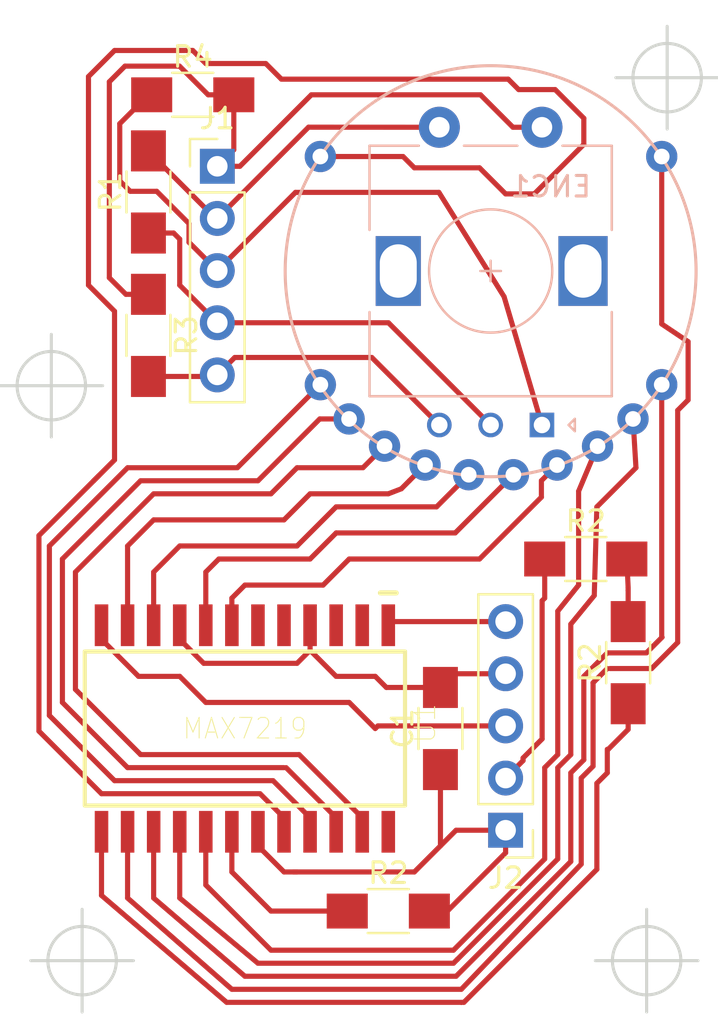
<source format=kicad_pcb>
(kicad_pcb (version 20171130) (host pcbnew "(5.0.0)")

  (general
    (thickness 1.6)
    (drawings 12)
    (tracks 240)
    (zones 0)
    (modules 11)
    (nets 27)
  )

  (page A4)
  (layers
    (0 F.Cu mixed)
    (31 B.Cu mixed)
    (32 B.Adhes user)
    (33 F.Adhes user)
    (34 B.Paste user)
    (35 F.Paste user)
    (36 B.SilkS user)
    (37 F.SilkS user)
    (38 B.Mask user)
    (39 F.Mask user)
    (40 Dwgs.User user)
    (41 Cmts.User user)
    (42 Eco1.User user)
    (43 Eco2.User user)
    (44 Edge.Cuts user)
    (45 Margin user)
    (46 B.CrtYd user)
    (47 F.CrtYd user)
    (48 B.Fab user)
    (49 F.Fab user)
  )

  (setup
    (last_trace_width 0.25)
    (trace_clearance 0.2)
    (zone_clearance 0.508)
    (zone_45_only no)
    (trace_min 0.2)
    (segment_width 0.2)
    (edge_width 0.15)
    (via_size 0.8)
    (via_drill 0.4)
    (via_min_size 0.4)
    (via_min_drill 0.3)
    (uvia_size 0.3)
    (uvia_drill 0.1)
    (uvias_allowed no)
    (uvia_min_size 0.2)
    (uvia_min_drill 0.1)
    (pcb_text_width 0.3)
    (pcb_text_size 1.5 1.5)
    (mod_edge_width 0.15)
    (mod_text_size 1 1)
    (mod_text_width 0.15)
    (pad_size 2 1.7)
    (pad_drill 0)
    (pad_to_mask_clearance 0)
    (aux_axis_origin 0 0)
    (grid_origin 71.83 32.46)
    (visible_elements 7FFFF7FF)
    (pcbplotparams
      (layerselection 0x00000_7fffffff)
      (usegerberextensions false)
      (usegerberattributes false)
      (usegerberadvancedattributes false)
      (creategerberjobfile false)
      (excludeedgelayer true)
      (linewidth 0.100000)
      (plotframeref false)
      (viasonmask false)
      (mode 1)
      (useauxorigin false)
      (hpglpennumber 1)
      (hpglpenspeed 20)
      (hpglpendiameter 15.000000)
      (psnegative false)
      (psa4output false)
      (plotreference true)
      (plotvalue true)
      (plotinvisibletext false)
      (padsonsilk false)
      (subtractmaskfromsilk false)
      (outputformat 4)
      (mirror false)
      (drillshape 0)
      (scaleselection 1)
      (outputdirectory ""))
  )

  (net 0 "")
  (net 1 GND)
  (net 2 "Net-(ENC1-Pad11)")
  (net 3 "Net-(ENC1-Pad10)")
  (net 4 "Net-(ENC1-Pad9)")
  (net 5 "Net-(ENC1-Pad8)")
  (net 6 "Net-(ENC1-Pad7)")
  (net 7 "Net-(ENC1-Pad6)")
  (net 8 "Net-(ENC1-Pad5)")
  (net 9 "Net-(ENC1-Pad4)")
  (net 10 "Net-(ENC1-Pad3)")
  (net 11 "Net-(ENC1-Pad2)")
  (net 12 "Net-(ENC1-Pad12)")
  (net 13 "Net-(ENC1-Pad1)")
  (net 14 /CLK)
  (net 15 /LOAD)
  (net 16 "Net-(R2-Pad1)")
  (net 17 +5V)
  (net 18 /DIN)
  (net 19 /EncoderB)
  (net 20 /EncoderA)
  (net 21 "Net-(U1-Pad2)")
  (net 22 "Net-(U1-Pad3)")
  (net 23 "Net-(U1-Pad5)")
  (net 24 "Net-(U1-Pad6)")
  (net 25 "Net-(U1-Pad24)")
  (net 26 /BTN)

  (net_class Default "This is the default net class."
    (clearance 0.2)
    (trace_width 0.25)
    (via_dia 0.8)
    (via_drill 0.4)
    (uvia_dia 0.3)
    (uvia_drill 0.1)
    (add_net +5V)
    (add_net /BTN)
    (add_net /CLK)
    (add_net /DIN)
    (add_net /EncoderA)
    (add_net /EncoderB)
    (add_net /LOAD)
    (add_net GND)
    (add_net "Net-(ENC1-Pad1)")
    (add_net "Net-(ENC1-Pad10)")
    (add_net "Net-(ENC1-Pad11)")
    (add_net "Net-(ENC1-Pad12)")
    (add_net "Net-(ENC1-Pad2)")
    (add_net "Net-(ENC1-Pad3)")
    (add_net "Net-(ENC1-Pad4)")
    (add_net "Net-(ENC1-Pad5)")
    (add_net "Net-(ENC1-Pad6)")
    (add_net "Net-(ENC1-Pad7)")
    (add_net "Net-(ENC1-Pad8)")
    (add_net "Net-(ENC1-Pad9)")
    (add_net "Net-(R2-Pad1)")
    (add_net "Net-(U1-Pad2)")
    (add_net "Net-(U1-Pad24)")
    (add_net "Net-(U1-Pad3)")
    (add_net "Net-(U1-Pad5)")
    (add_net "Net-(U1-Pad6)")
  )

  (module Resistors_SMD:R_1206_HandSoldering (layer F.Cu) (tedit 5C71CE77) (tstamp 5C7285E4)
    (at 101.929 65.448 90)
    (descr "Resistor SMD 1206, hand soldering")
    (tags "resistor 1206")
    (path /5C708EE3)
    (attr smd)
    (fp_text reference R2 (at 0 -1.85 90) (layer F.SilkS)
      (effects (font (size 1 1) (thickness 0.15)))
    )
    (fp_text value 28k (at 0 -4.445 -180) (layer F.Fab)
      (effects (font (size 1 1) (thickness 0.15)))
    )
    (fp_text user %R (at 0 0 90) (layer F.Fab)
      (effects (font (size 0.7 0.7) (thickness 0.105)))
    )
    (fp_line (start -1.6 0.8) (end -1.6 -0.8) (layer F.Fab) (width 0.1))
    (fp_line (start 1.6 0.8) (end -1.6 0.8) (layer F.Fab) (width 0.1))
    (fp_line (start 1.6 -0.8) (end 1.6 0.8) (layer F.Fab) (width 0.1))
    (fp_line (start -1.6 -0.8) (end 1.6 -0.8) (layer F.Fab) (width 0.1))
    (fp_line (start 1 1.07) (end -1 1.07) (layer F.SilkS) (width 0.12))
    (fp_line (start -1 -1.07) (end 1 -1.07) (layer F.SilkS) (width 0.12))
    (fp_line (start -3.25 -1.11) (end 3.25 -1.11) (layer F.CrtYd) (width 0.05))
    (fp_line (start -3.25 -1.11) (end -3.25 1.1) (layer F.CrtYd) (width 0.05))
    (fp_line (start 3.25 1.1) (end 3.25 -1.11) (layer F.CrtYd) (width 0.05))
    (fp_line (start 3.25 1.1) (end -3.25 1.1) (layer F.CrtYd) (width 0.05))
    (pad 1 smd rect (at -2 0 90) (size 2 1.7) (layers F.Cu F.Paste F.Mask)
      (net 14 /CLK))
    (pad 2 smd rect (at 2 0 90) (size 2 1.7) (layers F.Cu F.Paste F.Mask)
      (net 14 /CLK))
    (model ${KISYS3DMOD}/Resistors_SMD.3dshapes/R_1206.wrl
      (at (xyz 0 0 0))
      (scale (xyz 1 1 1))
      (rotate (xyz 0 0 0))
    )
  )

  (module Resistors_SMD:R_1206_HandSoldering (layer F.Cu) (tedit 5C71CE77) (tstamp 5C728644)
    (at 99.865 60.4)
    (descr "Resistor SMD 1206, hand soldering")
    (tags "resistor 1206")
    (path /5C708EE3)
    (attr smd)
    (fp_text reference R2 (at 0 -1.85) (layer F.SilkS)
      (effects (font (size 1 1) (thickness 0.15)))
    )
    (fp_text value 28k (at 0 -4.445 -270) (layer F.Fab)
      (effects (font (size 1 1) (thickness 0.15)))
    )
    (fp_line (start 3.25 1.1) (end -3.25 1.1) (layer F.CrtYd) (width 0.05))
    (fp_line (start 3.25 1.1) (end 3.25 -1.11) (layer F.CrtYd) (width 0.05))
    (fp_line (start -3.25 -1.11) (end -3.25 1.1) (layer F.CrtYd) (width 0.05))
    (fp_line (start -3.25 -1.11) (end 3.25 -1.11) (layer F.CrtYd) (width 0.05))
    (fp_line (start -1 -1.07) (end 1 -1.07) (layer F.SilkS) (width 0.12))
    (fp_line (start 1 1.07) (end -1 1.07) (layer F.SilkS) (width 0.12))
    (fp_line (start -1.6 -0.8) (end 1.6 -0.8) (layer F.Fab) (width 0.1))
    (fp_line (start 1.6 -0.8) (end 1.6 0.8) (layer F.Fab) (width 0.1))
    (fp_line (start 1.6 0.8) (end -1.6 0.8) (layer F.Fab) (width 0.1))
    (fp_line (start -1.6 0.8) (end -1.6 -0.8) (layer F.Fab) (width 0.1))
    (fp_text user %R (at 0 0) (layer F.Fab)
      (effects (font (size 0.7 0.7) (thickness 0.105)))
    )
    (pad 2 smd rect (at 2 0) (size 2 1.7) (layers F.Cu F.Paste F.Mask)
      (net 14 /CLK))
    (pad 1 smd rect (at -2 0) (size 2 1.7) (layers F.Cu F.Paste F.Mask)
      (net 14 /CLK))
    (model ${KISYS3DMOD}/Resistors_SMD.3dshapes/R_1206.wrl
      (at (xyz 0 0 0))
      (scale (xyz 1 1 1))
      (rotate (xyz 0 0 0))
    )
  )

  (module Encoder:RotaryEncoder_Alps_EC11E-Switch_Vertical_H20mm_with_LED (layer B.Cu) (tedit 5C711C1F) (tstamp 5C709029)
    (at 95.25 46.355 180)
    (descr "Alps rotary encoder, EC12E... with switch, vertical shaft, http://www.alps.com/prod/info/E/HTML/Encoder/Incremental/EC11/EC11E15204A3.html")
    (tags "rotary encoder")
    (path /5C6F1001)
    (fp_text reference ENC1 (at -2.91 4.09) (layer B.SilkS)
      (effects (font (size 1 1) (thickness 0.15)) (justify mirror))
    )
    (fp_text value EC11_LED_Rotary (at 1.11 12.33 180) (layer B.Fab)
      (effects (font (size 1 1) (thickness 0.15)) (justify mirror))
    )
    (fp_circle (center 0.02 -0.03) (end 10.02 -0.44) (layer B.SilkS) (width 0.15))
    (fp_circle (center 0.019239 -0.019083) (end 0.019239 2.980917) (layer B.Fab) (width 0.12))
    (fp_circle (center 0.019239 -0.019083) (end 0.019239 2.980917) (layer B.SilkS) (width 0.12))
    (fp_line (start 7.119239 8.480917) (end 7.119239 -9.019083) (layer B.CrtYd) (width 0.05))
    (fp_line (start 7.119239 8.480917) (end -7.080761 8.480917) (layer B.CrtYd) (width 0.05))
    (fp_line (start -7.080761 -9.019083) (end 7.119239 -9.019083) (layer B.CrtYd) (width 0.05))
    (fp_line (start -7.080761 -9.019083) (end -7.080761 8.480917) (layer B.CrtYd) (width 0.05))
    (fp_line (start -5.780761 -5.019083) (end -5.780761 5.980917) (layer B.Fab) (width 0.12))
    (fp_line (start -5.780761 5.980917) (end 5.819239 5.980917) (layer B.Fab) (width 0.12))
    (fp_line (start 5.819239 5.980917) (end 5.819239 -6.019083) (layer B.Fab) (width 0.12))
    (fp_line (start 5.819239 -6.019083) (end -4.680761 -6.019083) (layer B.Fab) (width 0.12))
    (fp_line (start -4.680761 -6.019083) (end -5.780761 -5.019083) (layer B.Fab) (width 0.12))
    (fp_line (start -5.880761 1.980917) (end -5.880761 6.080917) (layer B.SilkS) (width 0.12))
    (fp_line (start 5.919239 6.080917) (end 5.919239 1.980917) (layer B.SilkS) (width 0.12))
    (fp_line (start 5.919239 -2.019083) (end 5.919239 -6.119083) (layer B.SilkS) (width 0.12))
    (fp_line (start -5.880761 -2.019083) (end -5.880761 -6.119083) (layer B.SilkS) (width 0.12))
    (fp_line (start -5.880761 -6.119083) (end 5.919239 -6.119083) (layer B.SilkS) (width 0.12))
    (fp_line (start -3.780761 -7.519083) (end -4.080761 -7.819083) (layer B.SilkS) (width 0.12))
    (fp_line (start -4.080761 -7.819083) (end -4.080761 -7.219083) (layer B.SilkS) (width 0.12))
    (fp_line (start -4.080761 -7.219083) (end -3.780761 -7.519083) (layer B.SilkS) (width 0.12))
    (fp_line (start -2.980761 -0.019083) (end 3.019239 -0.019083) (layer B.Fab) (width 0.12))
    (fp_line (start 0.019239 -3.019083) (end 0.019239 2.980917) (layer B.Fab) (width 0.12))
    (fp_line (start -5.880761 6.080917) (end -3.480761 6.080917) (layer B.SilkS) (width 0.12))
    (fp_line (start -1.280761 6.080917) (end 1.319239 6.080917) (layer B.SilkS) (width 0.12))
    (fp_line (start 3.519239 6.080917) (end 5.919239 6.080917) (layer B.SilkS) (width 0.12))
    (fp_line (start -0.480761 -0.019083) (end 0.519239 -0.019083) (layer B.SilkS) (width 0.12))
    (fp_line (start 0.019239 -0.519083) (end 0.019239 0.480917) (layer B.SilkS) (width 0.12))
    (fp_text user %R (at 3.09 3.93) (layer B.Fab)
      (effects (font (size 1 1) (thickness 0.15)) (justify mirror))
    )
    (pad 1 thru_hole circle (at -8.314696 5.555702 123.8) (size 1.524 1.524) (drill 0.762) (layers *.Cu *.Mask)
      (net 13 "Net-(ENC1-Pad1)"))
    (pad 12 thru_hole circle (at 8.314696 5.555702 123.8) (size 1.524 1.524) (drill 0.762) (layers *.Cu *.Mask)
      (net 12 "Net-(ENC1-Pad12)"))
    (pad 2 thru_hole circle (at -8.314696 -5.555702 123.8) (size 1.524 1.524) (drill 0.762) (layers *.Cu *.Mask)
      (net 11 "Net-(ENC1-Pad2)"))
    (pad 3 thru_hole circle (at -6.91513 -7.22364 123.8) (size 1.524 1.524) (drill 0.762) (layers *.Cu *.Mask)
      (net 10 "Net-(ENC1-Pad3)"))
    (pad 4 thru_hole circle (at -5.187732 -8.549119 123.8) (size 1.524 1.524) (drill 0.762) (layers *.Cu *.Mask)
      (net 9 "Net-(ENC1-Pad4)"))
    (pad 5 thru_hole circle (at -3.214394 -9.469301 123.8) (size 1.524 1.524) (drill 0.762) (layers *.Cu *.Mask)
      (net 8 "Net-(ENC1-Pad5)"))
    (pad 6 thru_hole circle (at -1.088669 -9.940563 123.8) (size 1.524 1.524) (drill 0.762) (layers *.Cu *.Mask)
      (net 7 "Net-(ENC1-Pad6)"))
    (pad 7 thru_hole circle (at 1.088669 -9.940563 123.8) (size 1.524 1.524) (drill 0.762) (layers *.Cu *.Mask)
      (net 6 "Net-(ENC1-Pad7)"))
    (pad 8 thru_hole circle (at 3.214395 -9.469301 123.8) (size 1.524 1.524) (drill 0.762) (layers *.Cu *.Mask)
      (net 5 "Net-(ENC1-Pad8)"))
    (pad 9 thru_hole circle (at 5.187733 -8.549118 123.8) (size 1.524 1.524) (drill 0.762) (layers *.Cu *.Mask)
      (net 4 "Net-(ENC1-Pad9)"))
    (pad 10 thru_hole circle (at 6.915131 -7.223639 123.8) (size 1.524 1.524) (drill 0.762) (layers *.Cu *.Mask)
      (net 3 "Net-(ENC1-Pad10)"))
    (pad 11 thru_hole circle (at 8.314696 -5.555702 123.8) (size 1.524 1.524) (drill 0.762) (layers *.Cu *.Mask)
      (net 2 "Net-(ENC1-Pad11)"))
    (pad A thru_hole rect (at -2.480761 -7.519083 90) (size 1.2 1.2) (drill 0.8) (layers *.Cu *.Mask)
      (net 20 /EncoderA))
    (pad C thru_hole circle (at 0.019239 -7.519083 90) (size 1.2 1.2) (drill 0.8) (layers *.Cu *.Mask)
      (net 1 GND))
    (pad B thru_hole circle (at 2.519239 -7.519083 90) (size 1.2 1.2) (drill 0.8) (layers *.Cu *.Mask)
      (net 19 /EncoderB))
    (pad MP thru_hole rect (at -4.480761 -0.019083 90) (size 3.4 2.4) (drill oval 2.6 1.8) (layers *.Cu *.Mask))
    (pad MP thru_hole rect (at 4.519239 -0.019083 90) (size 3.4 2.2) (drill oval 2.6 1.8) (layers *.Cu *.Mask))
    (pad SW2 thru_hole circle (at -2.480761 6.980917 90) (size 2 2) (drill 1) (layers *.Cu *.Mask)
      (net 17 +5V))
    (pad SW1 thru_hole circle (at 2.519239 6.980917 90) (size 2 2) (drill 1) (layers *.Cu *.Mask)
      (net 26 /BTN))
    (model ${KISYS3DMOD}/Rotary_Encoder.3dshapes/RotaryEncoder_Alps_EC11E-Switch_Vertical_H20mm.wrl
      (at (xyz 0 0 0))
      (scale (xyz 1 1 1))
      (rotate (xyz 0 0 0))
    )
  )

  (module MAX7219:SOIC24 (layer F.Cu) (tedit 5C711B93) (tstamp 5C72869C)
    (at 83.26 68.655 180)
    (descr "<b>Small Outline Package 24</b> wide")
    (path /5C6F1414)
    (attr smd)
    (fp_text reference U1 (at -8.77767 0.25442 270) (layer F.SilkS)
      (effects (font (size 1.00168 1.00168) (thickness 0.05)))
    )
    (fp_text value MAX7219 (at 0 0 180) (layer F.SilkS)
      (effects (font (size 1 0.9) (thickness 0.05)))
    )
    (fp_line (start -7.366 6.604) (end -6.604 6.604) (layer F.SilkS) (width 0.254))
    (fp_poly (pts (xy 6.73979 3.8608) (xy 7.239 3.8608) (xy 7.239 5.34097) (xy 6.73979 5.34097)) (layer Eco2.User) (width 0))
    (fp_poly (pts (xy 5.46442 3.8608) (xy 5.969 3.8608) (xy 5.969 5.33734) (xy 5.46442 5.33734)) (layer Eco2.User) (width 0))
    (fp_poly (pts (xy 4.1982 3.8608) (xy 4.699 3.8608) (xy 4.699 5.34316) (xy 4.1982 5.34316)) (layer Eco2.User) (width 0))
    (fp_poly (pts (xy 2.92641 3.8608) (xy 3.429 3.8608) (xy 3.429 5.34387) (xy 2.92641 5.34387)) (layer Eco2.User) (width 0))
    (fp_poly (pts (xy 6.74353 -5.334) (xy 7.239 -5.334) (xy 7.239 -3.86799) (xy 6.74353 -3.86799)) (layer Eco2.User) (width 0))
    (fp_poly (pts (xy 5.46744 -5.334) (xy 5.969 -5.334) (xy 5.969 -3.86536) (xy 5.46744 -3.86536)) (layer Eco2.User) (width 0))
    (fp_poly (pts (xy 4.1945 -5.334) (xy 4.699 -5.334) (xy 4.699 -3.86402) (xy 4.1945 -3.86402)) (layer Eco2.User) (width 0))
    (fp_poly (pts (xy 2.92305 -5.334) (xy 3.429 -5.334) (xy 3.429 -3.86351) (xy 2.92305 -3.86351)) (layer Eco2.User) (width 0))
    (fp_poly (pts (xy 1.6527 -5.334) (xy 2.159 -5.334) (xy 2.159 -3.86477) (xy 1.6527 -3.86477)) (layer Eco2.User) (width 0))
    (fp_poly (pts (xy 0.381241 -5.334) (xy 0.889 -5.334) (xy 0.889 -3.86324) (xy 0.381241 -3.86324)) (layer Eco2.User) (width 0))
    (fp_poly (pts (xy -0.889941 -5.334) (xy -0.381 -5.334) (xy -0.381 -3.86489) (xy -0.889941 -3.86489)) (layer Eco2.User) (width 0))
    (fp_poly (pts (xy -2.16244 -5.334) (xy -1.651 -5.334) (xy -1.651 -3.86694) (xy -2.16244 -3.86694)) (layer Eco2.User) (width 0))
    (fp_poly (pts (xy -3.43182 -5.334) (xy -2.921 -5.334) (xy -2.921 -3.86397) (xy -3.43182 -3.86397)) (layer Eco2.User) (width 0))
    (fp_poly (pts (xy -4.70085 -5.334) (xy -4.191 -5.334) (xy -4.191 -3.86232) (xy -4.70085 -3.86232)) (layer Eco2.User) (width 0))
    (fp_poly (pts (xy -5.96973 -5.334) (xy -5.461 -5.334) (xy -5.461 -3.86127) (xy -5.96973 -3.86127)) (layer Eco2.User) (width 0))
    (fp_poly (pts (xy -7.25162 -5.334) (xy -6.731 -5.334) (xy -6.731 -3.86753) (xy -7.25162 -3.86753)) (layer Eco2.User) (width 0))
    (fp_poly (pts (xy 1.65133 3.8608) (xy 2.159 3.8608) (xy 2.159 5.33506) (xy 1.65133 5.33506)) (layer Eco2.User) (width 0))
    (fp_poly (pts (xy 0.381599 3.8608) (xy 0.889 3.8608) (xy 0.889 5.34238) (xy 0.381599 5.34238)) (layer Eco2.User) (width 0))
    (fp_poly (pts (xy -0.890734 3.8608) (xy -0.381 3.8608) (xy -0.381 5.3444) (xy -0.890734 5.3444)) (layer Eco2.User) (width 0))
    (fp_poly (pts (xy -2.16078 3.8608) (xy -1.651 3.8608) (xy -1.651 5.33839) (xy -2.16078 5.33839)) (layer Eco2.User) (width 0))
    (fp_poly (pts (xy -3.43059 3.8608) (xy -2.921 3.8608) (xy -2.921 5.33647) (xy -3.43059 5.33647)) (layer Eco2.User) (width 0))
    (fp_poly (pts (xy -4.70772 3.8608) (xy -4.191 3.8608) (xy -4.191 5.34389) (xy -4.70772 5.34389)) (layer Eco2.User) (width 0))
    (fp_poly (pts (xy -5.97092 3.8608) (xy -5.461 3.8608) (xy -5.461 5.33572) (xy -5.97092 5.33572)) (layer Eco2.User) (width 0))
    (fp_poly (pts (xy -7.25023 3.8608) (xy -6.731 3.8608) (xy -6.731 5.34228) (xy -7.25023 5.34228)) (layer Eco2.User) (width 0))
    (fp_line (start -7.8 -3.75) (end -7.8 3.75) (layer F.SilkS) (width 0.2032))
    (fp_line (start 7.8 3.75) (end 7.8 -3.75) (layer F.SilkS) (width 0.2032))
    (fp_line (start -7.8 3.75) (end 7.8 3.75) (layer F.SilkS) (width 0.2032))
    (fp_line (start 7.8 -3.75) (end -7.8 -3.75) (layer F.SilkS) (width 0.2032))
    (pad 12 smd rect (at 6.985 5.0292 180) (size 0.6604 2.032) (layers F.Cu F.Paste F.Mask)
      (net 15 /LOAD))
    (pad 11 smd rect (at 5.715 5.0292 180) (size 0.6604 2.032) (layers F.Cu F.Paste F.Mask)
      (net 5 "Net-(ENC1-Pad8)"))
    (pad 10 smd rect (at 4.445 5.0292 180) (size 0.6604 2.032) (layers F.Cu F.Paste F.Mask)
      (net 6 "Net-(ENC1-Pad7)"))
    (pad 9 smd rect (at 3.175 5.0292 180) (size 0.6604 2.032) (layers F.Cu F.Paste F.Mask)
      (net 1 GND))
    (pad 13 smd rect (at 6.985 -5.0292 180) (size 0.6604 2.032) (layers F.Cu F.Paste F.Mask)
      (net 14 /CLK))
    (pad 14 smd rect (at 5.715 -5.0292 180) (size 0.6604 2.032) (layers F.Cu F.Paste F.Mask)
      (net 13 "Net-(ENC1-Pad1)"))
    (pad 15 smd rect (at 4.445 -5.0292 180) (size 0.6604 2.032) (layers F.Cu F.Paste F.Mask)
      (net 11 "Net-(ENC1-Pad2)"))
    (pad 16 smd rect (at 3.175 -5.0292 180) (size 0.6604 2.032) (layers F.Cu F.Paste F.Mask)
      (net 10 "Net-(ENC1-Pad3)"))
    (pad 24 smd rect (at -6.985 -5.0292 180) (size 0.6604 2.032) (layers F.Cu F.Paste F.Mask)
      (net 25 "Net-(U1-Pad24)"))
    (pad 23 smd rect (at -5.715 -5.0292 180) (size 0.6604 2.032) (layers F.Cu F.Paste F.Mask)
      (net 4 "Net-(ENC1-Pad9)"))
    (pad 22 smd rect (at -4.445 -5.0292 180) (size 0.6604 2.032) (layers F.Cu F.Paste F.Mask)
      (net 3 "Net-(ENC1-Pad10)"))
    (pad 21 smd rect (at -3.175 -5.0292 180) (size 0.6604 2.032) (layers F.Cu F.Paste F.Mask)
      (net 2 "Net-(ENC1-Pad11)"))
    (pad 20 smd rect (at -1.905 -5.0292 180) (size 0.6604 2.032) (layers F.Cu F.Paste F.Mask)
      (net 12 "Net-(ENC1-Pad12)"))
    (pad 19 smd rect (at -0.635 -5.0292 180) (size 0.6604 2.032) (layers F.Cu F.Paste F.Mask)
      (net 17 +5V))
    (pad 18 smd rect (at 0.635 -5.0292 180) (size 0.6604 2.032) (layers F.Cu F.Paste F.Mask)
      (net 16 "Net-(R2-Pad1)"))
    (pad 17 smd rect (at 1.905 -5.0292 180) (size 0.6604 2.032) (layers F.Cu F.Paste F.Mask)
      (net 9 "Net-(ENC1-Pad4)"))
    (pad 8 smd rect (at 1.905 5.0292 180) (size 0.6604 2.032) (layers F.Cu F.Paste F.Mask)
      (net 7 "Net-(ENC1-Pad6)"))
    (pad 7 smd rect (at 0.635 5.0292 180) (size 0.6604 2.032) (layers F.Cu F.Paste F.Mask)
      (net 8 "Net-(ENC1-Pad5)"))
    (pad 6 smd rect (at -0.635 5.0292 180) (size 0.6604 2.032) (layers F.Cu F.Paste F.Mask)
      (net 24 "Net-(U1-Pad6)"))
    (pad 5 smd rect (at -1.905 5.0292 180) (size 0.6604 2.032) (layers F.Cu F.Paste F.Mask)
      (net 23 "Net-(U1-Pad5)"))
    (pad 4 smd rect (at -3.175 5.0292 180) (size 0.6604 2.032) (layers F.Cu F.Paste F.Mask)
      (net 1 GND))
    (pad 3 smd rect (at -4.445 5.0292 180) (size 0.6604 2.032) (layers F.Cu F.Paste F.Mask)
      (net 22 "Net-(U1-Pad3)"))
    (pad 2 smd rect (at -5.715 5.0292 180) (size 0.6604 2.032) (layers F.Cu F.Paste F.Mask)
      (net 21 "Net-(U1-Pad2)"))
    (pad 1 smd rect (at -6.985 5.0292 180) (size 0.6604 2.032) (layers F.Cu F.Paste F.Mask)
      (net 18 /DIN))
  )

  (module Resistors_SMD:R_1206_HandSoldering (layer F.Cu) (tedit 58E0A804) (tstamp 5C7287AC)
    (at 92.785 68.655 90)
    (descr "Resistor SMD 1206, hand soldering")
    (tags "resistor 1206")
    (path /5C7A9B04)
    (attr smd)
    (fp_text reference C1 (at 0 -1.85 90) (layer F.SilkS)
      (effects (font (size 1 1) (thickness 0.15)))
    )
    (fp_text value 100n (at 0 1.9 90) (layer F.Fab)
      (effects (font (size 1 1) (thickness 0.15)))
    )
    (fp_text user %R (at 0 0 90) (layer F.Fab)
      (effects (font (size 0.7 0.7) (thickness 0.105)))
    )
    (fp_line (start -1.6 0.8) (end -1.6 -0.8) (layer F.Fab) (width 0.1))
    (fp_line (start 1.6 0.8) (end -1.6 0.8) (layer F.Fab) (width 0.1))
    (fp_line (start 1.6 -0.8) (end 1.6 0.8) (layer F.Fab) (width 0.1))
    (fp_line (start -1.6 -0.8) (end 1.6 -0.8) (layer F.Fab) (width 0.1))
    (fp_line (start 1 1.07) (end -1 1.07) (layer F.SilkS) (width 0.12))
    (fp_line (start -1 -1.07) (end 1 -1.07) (layer F.SilkS) (width 0.12))
    (fp_line (start -3.25 -1.11) (end 3.25 -1.11) (layer F.CrtYd) (width 0.05))
    (fp_line (start -3.25 -1.11) (end -3.25 1.1) (layer F.CrtYd) (width 0.05))
    (fp_line (start 3.25 1.1) (end 3.25 -1.11) (layer F.CrtYd) (width 0.05))
    (fp_line (start 3.25 1.1) (end -3.25 1.1) (layer F.CrtYd) (width 0.05))
    (pad 1 smd rect (at -2 0 90) (size 2 1.7) (layers F.Cu F.Paste F.Mask)
      (net 17 +5V))
    (pad 2 smd rect (at 2 0 90) (size 2 1.7) (layers F.Cu F.Paste F.Mask)
      (net 1 GND))
    (model ${KISYS3DMOD}/Resistors_SMD.3dshapes/R_1206.wrl
      (at (xyz 0 0 0))
      (scale (xyz 1 1 1))
      (rotate (xyz 0 0 0))
    )
  )

  (module Resistors_SMD:R_1206_HandSoldering (layer F.Cu) (tedit 58E0A804) (tstamp 5C728614)
    (at 78.561 42.525 90)
    (descr "Resistor SMD 1206, hand soldering")
    (tags "resistor 1206")
    (path /5C70D4B6)
    (attr smd)
    (fp_text reference R1 (at 0 -1.85 90) (layer F.SilkS)
      (effects (font (size 1 1) (thickness 0.15)))
    )
    (fp_text value 10k (at 0 1.9 90) (layer F.Fab)
      (effects (font (size 1 1) (thickness 0.15)))
    )
    (fp_text user %R (at 0 0 90) (layer F.Fab)
      (effects (font (size 0.7 0.7) (thickness 0.105)))
    )
    (fp_line (start -1.6 0.8) (end -1.6 -0.8) (layer F.Fab) (width 0.1))
    (fp_line (start 1.6 0.8) (end -1.6 0.8) (layer F.Fab) (width 0.1))
    (fp_line (start 1.6 -0.8) (end 1.6 0.8) (layer F.Fab) (width 0.1))
    (fp_line (start -1.6 -0.8) (end 1.6 -0.8) (layer F.Fab) (width 0.1))
    (fp_line (start 1 1.07) (end -1 1.07) (layer F.SilkS) (width 0.12))
    (fp_line (start -1 -1.07) (end 1 -1.07) (layer F.SilkS) (width 0.12))
    (fp_line (start -3.25 -1.11) (end 3.25 -1.11) (layer F.CrtYd) (width 0.05))
    (fp_line (start -3.25 -1.11) (end -3.25 1.1) (layer F.CrtYd) (width 0.05))
    (fp_line (start 3.25 1.1) (end 3.25 -1.11) (layer F.CrtYd) (width 0.05))
    (fp_line (start 3.25 1.1) (end -3.25 1.1) (layer F.CrtYd) (width 0.05))
    (pad 1 smd rect (at -2 0 90) (size 2 1.7) (layers F.Cu F.Paste F.Mask)
      (net 1 GND))
    (pad 2 smd rect (at 2 0 90) (size 2 1.7) (layers F.Cu F.Paste F.Mask)
      (net 26 /BTN))
    (model ${KISYS3DMOD}/Resistors_SMD.3dshapes/R_1206.wrl
      (at (xyz 0 0 0))
      (scale (xyz 1 1 1))
      (rotate (xyz 0 0 0))
    )
  )

  (module Resistors_SMD:R_1206_HandSoldering (layer F.Cu) (tedit 58E0A804) (tstamp 5C72883C)
    (at 90.245 77.545)
    (descr "Resistor SMD 1206, hand soldering")
    (tags "resistor 1206")
    (path /5C708EE3)
    (attr smd)
    (fp_text reference R2 (at 0 -1.85) (layer F.SilkS)
      (effects (font (size 1 1) (thickness 0.15)))
    )
    (fp_text value 28k (at 0 -4.445 -270) (layer F.Fab)
      (effects (font (size 1 1) (thickness 0.15)))
    )
    (fp_text user %R (at 0 0) (layer F.Fab)
      (effects (font (size 0.7 0.7) (thickness 0.105)))
    )
    (fp_line (start -1.6 0.8) (end -1.6 -0.8) (layer F.Fab) (width 0.1))
    (fp_line (start 1.6 0.8) (end -1.6 0.8) (layer F.Fab) (width 0.1))
    (fp_line (start 1.6 -0.8) (end 1.6 0.8) (layer F.Fab) (width 0.1))
    (fp_line (start -1.6 -0.8) (end 1.6 -0.8) (layer F.Fab) (width 0.1))
    (fp_line (start 1 1.07) (end -1 1.07) (layer F.SilkS) (width 0.12))
    (fp_line (start -1 -1.07) (end 1 -1.07) (layer F.SilkS) (width 0.12))
    (fp_line (start -3.25 -1.11) (end 3.25 -1.11) (layer F.CrtYd) (width 0.05))
    (fp_line (start -3.25 -1.11) (end -3.25 1.1) (layer F.CrtYd) (width 0.05))
    (fp_line (start 3.25 1.1) (end 3.25 -1.11) (layer F.CrtYd) (width 0.05))
    (fp_line (start 3.25 1.1) (end -3.25 1.1) (layer F.CrtYd) (width 0.05))
    (pad 1 smd rect (at -2 0) (size 2 1.7) (layers F.Cu F.Paste F.Mask)
      (net 16 "Net-(R2-Pad1)"))
    (pad 2 smd rect (at 2 0) (size 2 1.7) (layers F.Cu F.Paste F.Mask)
      (net 17 +5V))
    (model ${KISYS3DMOD}/Resistors_SMD.3dshapes/R_1206.wrl
      (at (xyz 0 0 0))
      (scale (xyz 1 1 1))
      (rotate (xyz 0 0 0))
    )
  )

  (module Resistors_SMD:R_1206_HandSoldering (layer F.Cu) (tedit 58E0A804) (tstamp 5C72880C)
    (at 78.561 49.51 270)
    (descr "Resistor SMD 1206, hand soldering")
    (tags "resistor 1206")
    (path /5C71824F)
    (attr smd)
    (fp_text reference R3 (at 0 -1.85 270) (layer F.SilkS)
      (effects (font (size 1 1) (thickness 0.15)))
    )
    (fp_text value 10k (at 0 1.9 270) (layer F.Fab)
      (effects (font (size 1 1) (thickness 0.15)))
    )
    (fp_text user %R (at 0 0 270) (layer F.Fab)
      (effects (font (size 0.7 0.7) (thickness 0.105)))
    )
    (fp_line (start -1.6 0.8) (end -1.6 -0.8) (layer F.Fab) (width 0.1))
    (fp_line (start 1.6 0.8) (end -1.6 0.8) (layer F.Fab) (width 0.1))
    (fp_line (start 1.6 -0.8) (end 1.6 0.8) (layer F.Fab) (width 0.1))
    (fp_line (start -1.6 -0.8) (end 1.6 -0.8) (layer F.Fab) (width 0.1))
    (fp_line (start 1 1.07) (end -1 1.07) (layer F.SilkS) (width 0.12))
    (fp_line (start -1 -1.07) (end 1 -1.07) (layer F.SilkS) (width 0.12))
    (fp_line (start -3.25 -1.11) (end 3.25 -1.11) (layer F.CrtYd) (width 0.05))
    (fp_line (start -3.25 -1.11) (end -3.25 1.1) (layer F.CrtYd) (width 0.05))
    (fp_line (start 3.25 1.1) (end 3.25 -1.11) (layer F.CrtYd) (width 0.05))
    (fp_line (start 3.25 1.1) (end -3.25 1.1) (layer F.CrtYd) (width 0.05))
    (pad 1 smd rect (at -2 0 270) (size 2 1.7) (layers F.Cu F.Paste F.Mask)
      (net 17 +5V))
    (pad 2 smd rect (at 2 0 270) (size 2 1.7) (layers F.Cu F.Paste F.Mask)
      (net 19 /EncoderB))
    (model ${KISYS3DMOD}/Resistors_SMD.3dshapes/R_1206.wrl
      (at (xyz 0 0 0))
      (scale (xyz 1 1 1))
      (rotate (xyz 0 0 0))
    )
  )

  (module Resistors_SMD:R_1206_HandSoldering (layer F.Cu) (tedit 58E0A804) (tstamp 5C7287DC)
    (at 80.72 37.794)
    (descr "Resistor SMD 1206, hand soldering")
    (tags "resistor 1206")
    (path /5C718205)
    (attr smd)
    (fp_text reference R4 (at 0 -1.85) (layer F.SilkS)
      (effects (font (size 1 1) (thickness 0.15)))
    )
    (fp_text value 10k (at 0 1.9) (layer F.Fab)
      (effects (font (size 1 1) (thickness 0.15)))
    )
    (fp_text user %R (at 0 0) (layer F.Fab)
      (effects (font (size 0.7 0.7) (thickness 0.105)))
    )
    (fp_line (start -1.6 0.8) (end -1.6 -0.8) (layer F.Fab) (width 0.1))
    (fp_line (start 1.6 0.8) (end -1.6 0.8) (layer F.Fab) (width 0.1))
    (fp_line (start 1.6 -0.8) (end 1.6 0.8) (layer F.Fab) (width 0.1))
    (fp_line (start -1.6 -0.8) (end 1.6 -0.8) (layer F.Fab) (width 0.1))
    (fp_line (start 1 1.07) (end -1 1.07) (layer F.SilkS) (width 0.12))
    (fp_line (start -1 -1.07) (end 1 -1.07) (layer F.SilkS) (width 0.12))
    (fp_line (start -3.25 -1.11) (end 3.25 -1.11) (layer F.CrtYd) (width 0.05))
    (fp_line (start -3.25 -1.11) (end -3.25 1.1) (layer F.CrtYd) (width 0.05))
    (fp_line (start 3.25 1.1) (end 3.25 -1.11) (layer F.CrtYd) (width 0.05))
    (fp_line (start 3.25 1.1) (end -3.25 1.1) (layer F.CrtYd) (width 0.05))
    (pad 1 smd rect (at -2 0) (size 2 1.7) (layers F.Cu F.Paste F.Mask)
      (net 20 /EncoderA))
    (pad 2 smd rect (at 2 0) (size 2 1.7) (layers F.Cu F.Paste F.Mask)
      (net 17 +5V))
    (model ${KISYS3DMOD}/Resistors_SMD.3dshapes/R_1206.wrl
      (at (xyz 0 0 0))
      (scale (xyz 1 1 1))
      (rotate (xyz 0 0 0))
    )
  )

  (module Pin_Headers:Pin_Header_Straight_1x05_Pitch2.54mm (layer F.Cu) (tedit 59650532) (tstamp 5C728724)
    (at 95.96 73.608 180)
    (descr "Through hole straight pin header, 1x05, 2.54mm pitch, single row")
    (tags "Through hole pin header THT 1x05 2.54mm single row")
    (path /5C8EEB18)
    (fp_text reference J2 (at 0 -2.33 180) (layer F.SilkS)
      (effects (font (size 1 1) (thickness 0.15)))
    )
    (fp_text value Conn_01x05 (at 0 12.49 180) (layer F.Fab)
      (effects (font (size 1 1) (thickness 0.15)))
    )
    (fp_text user %R (at 0 5.08 270) (layer F.Fab)
      (effects (font (size 1 1) (thickness 0.15)))
    )
    (fp_line (start 1.8 -1.8) (end -1.8 -1.8) (layer F.CrtYd) (width 0.05))
    (fp_line (start 1.8 11.95) (end 1.8 -1.8) (layer F.CrtYd) (width 0.05))
    (fp_line (start -1.8 11.95) (end 1.8 11.95) (layer F.CrtYd) (width 0.05))
    (fp_line (start -1.8 -1.8) (end -1.8 11.95) (layer F.CrtYd) (width 0.05))
    (fp_line (start -1.33 -1.33) (end 0 -1.33) (layer F.SilkS) (width 0.12))
    (fp_line (start -1.33 0) (end -1.33 -1.33) (layer F.SilkS) (width 0.12))
    (fp_line (start -1.33 1.27) (end 1.33 1.27) (layer F.SilkS) (width 0.12))
    (fp_line (start 1.33 1.27) (end 1.33 11.49) (layer F.SilkS) (width 0.12))
    (fp_line (start -1.33 1.27) (end -1.33 11.49) (layer F.SilkS) (width 0.12))
    (fp_line (start -1.33 11.49) (end 1.33 11.49) (layer F.SilkS) (width 0.12))
    (fp_line (start -1.27 -0.635) (end -0.635 -1.27) (layer F.Fab) (width 0.1))
    (fp_line (start -1.27 11.43) (end -1.27 -0.635) (layer F.Fab) (width 0.1))
    (fp_line (start 1.27 11.43) (end -1.27 11.43) (layer F.Fab) (width 0.1))
    (fp_line (start 1.27 -1.27) (end 1.27 11.43) (layer F.Fab) (width 0.1))
    (fp_line (start -0.635 -1.27) (end 1.27 -1.27) (layer F.Fab) (width 0.1))
    (pad 5 thru_hole oval (at 0 10.16 180) (size 1.7 1.7) (drill 1) (layers *.Cu *.Mask)
      (net 18 /DIN))
    (pad 4 thru_hole oval (at 0 7.62 180) (size 1.7 1.7) (drill 1) (layers *.Cu *.Mask)
      (net 1 GND))
    (pad 3 thru_hole oval (at 0 5.08 180) (size 1.7 1.7) (drill 1) (layers *.Cu *.Mask)
      (net 15 /LOAD))
    (pad 2 thru_hole oval (at 0 2.54 180) (size 1.7 1.7) (drill 1) (layers *.Cu *.Mask)
      (net 14 /CLK))
    (pad 1 thru_hole rect (at 0 0 180) (size 1.7 1.7) (drill 1) (layers *.Cu *.Mask)
      (net 17 +5V))
    (model ${KISYS3DMOD}/Pin_Headers.3dshapes/Pin_Header_Straight_1x05_Pitch2.54mm.wrl
      (at (xyz 0 0 0))
      (scale (xyz 1 1 1))
      (rotate (xyz 0 0 0))
    )
  )

  (module Pin_Headers:Pin_Header_Straight_1x05_Pitch2.54mm (layer F.Cu) (tedit 5C713E19) (tstamp 5C72876C)
    (at 81.915 41.275)
    (descr "Through hole straight pin header, 1x05, 2.54mm pitch, single row")
    (tags "Through hole pin header THT 1x05 2.54mm single row")
    (path /5C859560)
    (fp_text reference J1 (at 0 -2.33) (layer F.SilkS)
      (effects (font (size 1 1) (thickness 0.15)))
    )
    (fp_text value Conn_01x05 (at 0 12.49) (layer F.Fab)
      (effects (font (size 1 1) (thickness 0.15)))
    )
    (fp_text user %R (at 0 5.08 90) (layer F.Fab)
      (effects (font (size 1 1) (thickness 0.15)))
    )
    (fp_line (start 1.8 -1.8) (end -1.8 -1.8) (layer F.CrtYd) (width 0.05))
    (fp_line (start 1.8 11.95) (end 1.8 -1.8) (layer F.CrtYd) (width 0.05))
    (fp_line (start -1.8 11.95) (end 1.8 11.95) (layer F.CrtYd) (width 0.05))
    (fp_line (start -1.8 -1.8) (end -1.8 11.95) (layer F.CrtYd) (width 0.05))
    (fp_line (start -1.33 -1.33) (end 0 -1.33) (layer F.SilkS) (width 0.12))
    (fp_line (start -1.33 0) (end -1.33 -1.33) (layer F.SilkS) (width 0.12))
    (fp_line (start -1.33 1.27) (end 1.33 1.27) (layer F.SilkS) (width 0.12))
    (fp_line (start 1.33 1.27) (end 1.33 11.49) (layer F.SilkS) (width 0.12))
    (fp_line (start -1.33 1.27) (end -1.33 11.49) (layer F.SilkS) (width 0.12))
    (fp_line (start -1.33 11.49) (end 1.33 11.49) (layer F.SilkS) (width 0.12))
    (fp_line (start -1.27 -0.635) (end -0.635 -1.27) (layer F.Fab) (width 0.1))
    (fp_line (start -1.27 11.43) (end -1.27 -0.635) (layer F.Fab) (width 0.1))
    (fp_line (start 1.27 11.43) (end -1.27 11.43) (layer F.Fab) (width 0.1))
    (fp_line (start 1.27 -1.27) (end 1.27 11.43) (layer F.Fab) (width 0.1))
    (fp_line (start -0.635 -1.27) (end 1.27 -1.27) (layer F.Fab) (width 0.1))
    (pad 5 thru_hole oval (at 0 10.16) (size 1.7 1.7) (drill 1) (layers *.Cu *.Mask)
      (net 19 /EncoderB))
    (pad 4 thru_hole oval (at 0 7.62) (size 1.7 1.7) (drill 1) (layers *.Cu *.Mask)
      (net 1 GND))
    (pad 3 thru_hole oval (at 0 5.08) (size 1.7 1.7) (drill 1) (layers *.Cu *.Mask)
      (net 20 /EncoderA))
    (pad 2 thru_hole oval (at 0 2.54) (size 1.7 1.7) (drill 1) (layers *.Cu *.Mask)
      (net 26 /BTN))
    (pad 1 thru_hole rect (at 0 0) (size 1.7 1.7) (drill 1) (layers *.Cu *.Mask)
      (net 17 +5V))
    (model ${KISYS3DMOD}/Pin_Headers.3dshapes/Pin_Header_Straight_1x05_Pitch2.54mm.wrl
      (at (xyz 0 0 0))
      (scale (xyz 1 1 1))
      (rotate (xyz 0 0 0))
    )
  )

  (target plus (at 103.83 36.96) (size 5) (width 0.15) (layer Edge.Cuts) (tstamp 5C72899A))
  (target plus (at 73.83 51.96) (size 5) (width 0.15) (layer Edge.Cuts) (tstamp 5C728999))
  (target plus (at 75.33 79.96) (size 5) (width 0.15) (layer Edge.Cuts) (tstamp 5C728998))
  (target plus (at 102.83 79.96) (size 5) (width 0.15) (layer Edge.Cuts))
  (gr_line (start 72.33 82.96) (end 72.33 60.96) (layer Eco1.User) (width 0.2))
  (gr_line (start 105.83 82.96) (end 72.33 82.96) (layer Eco1.User) (width 0.2))
  (gr_line (start 105.83 82.46) (end 105.83 82.96) (layer Eco1.User) (width 0.2))
  (gr_line (start 105.83 60.96) (end 105.83 82.46) (layer Eco1.User) (width 0.2))
  (gr_line (start 105.83 34.96) (end 105.83 60.96) (layer Eco1.User) (width 0.2))
  (gr_line (start 72.33 34.96) (end 105.83 34.96) (layer Eco1.User) (width 0.2))
  (gr_line (start 72.33 60.96) (end 72.33 34.96) (layer Eco1.User) (width 0.2))
  (gr_line (start 72.33 60.96) (end 105.83 60.96) (layer Eco1.User) (width 0.2) (tstamp 5C728076))

  (segment (start 90.251678 48.895) (end 95.230761 53.874083) (width 0.25) (layer F.Cu) (net 1) (tstamp 5C728890) (status 20))
  (segment (start 81.915 48.895) (end 90.251678 48.895) (width 0.25) (layer F.Cu) (net 1) (tstamp 5C728878) (status 10))
  (segment (start 86.435 64.845) (end 86.435 63.6258) (width 0.25) (layer F.Cu) (net 1) (tstamp 5C728887) (status 20))
  (segment (start 85.8 65.48) (end 86.435 64.845) (width 0.25) (layer F.Cu) (net 1) (tstamp 5C728875))
  (segment (start 81.2534 65.48) (end 85.8 65.48) (width 0.25) (layer F.Cu) (net 1) (tstamp 5C728884))
  (segment (start 80.085 63.6258) (end 80.085 64.3116) (width 0.25) (layer F.Cu) (net 1) (tstamp 5C728881) (status 30))
  (segment (start 80.085 64.3116) (end 81.2534 65.48) (width 0.25) (layer F.Cu) (net 1) (tstamp 5C72888D) (status 10))
  (segment (start 92.785 66.655) (end 90.15 66.655) (width 0.25) (layer F.Cu) (net 1) (tstamp 5C728872) (status 10))
  (segment (start 90.15 66.655) (end 89.61 66.115) (width 0.25) (layer F.Cu) (net 1) (tstamp 5C72887E))
  (segment (start 87.705 66.115) (end 86.435 64.845) (width 0.25) (layer F.Cu) (net 1) (tstamp 5C728869))
  (segment (start 89.61 66.115) (end 87.705 66.115) (width 0.25) (layer F.Cu) (net 1) (tstamp 5C72886F))
  (segment (start 93.325 66.115) (end 92.785 66.655) (width 0.25) (layer F.Cu) (net 1) (tstamp 5C72886C) (status 30))
  (segment (start 93.452 65.988) (end 92.785 66.655) (width 0.25) (layer F.Cu) (net 1) (tstamp 5C72887B) (status 30))
  (segment (start 95.96 65.988) (end 93.452 65.988) (width 0.25) (layer F.Cu) (net 1) (tstamp 5C72888A) (status 30))
  (segment (start 87.705 72.9984) (end 85.2666 70.56) (width 0.25) (layer F.Cu) (net 3) (tstamp 5C7284E8))
  (segment (start 87.705 73.6842) (end 87.705 72.9984) (width 0.25) (layer F.Cu) (net 3) (tstamp 5C7284E5))
  (segment (start 94.161331 56.295563) (end 93.399332 57.057562) (width 0.25) (layer F.Cu) (net 6) (tstamp 5C7284EB) (status 10))
  (segment (start 96.338669 56.295563) (end 93.504232 59.13) (width 0.25) (layer F.Cu) (net 7) (tstamp 5C72858D) (status 10))
  (segment (start 93.504232 59.13) (end 87.705 59.13) (width 0.25) (layer F.Cu) (net 7) (tstamp 5C728575))
  (segment (start 87.705 59.13) (end 86.435 60.4) (width 0.25) (layer F.Cu) (net 7) (tstamp 5C72858A))
  (segment (start 86.435 60.4) (end 81.99 60.4) (width 0.25) (layer F.Cu) (net 7) (tstamp 5C728593))
  (segment (start 81.355 61.035) (end 81.355 63.6258) (width 0.25) (layer F.Cu) (net 7) (tstamp 5C72857B) (status 20))
  (segment (start 81.99 60.4) (end 81.355 61.035) (width 0.25) (layer F.Cu) (net 7) (tstamp 5C72856C))
  (segment (start 97.702395 56.5863) (end 97.702395 57.387605) (width 0.25) (layer F.Cu) (net 8) (tstamp 5C728578))
  (segment (start 98.464394 55.824301) (end 97.702395 56.5863) (width 0.25) (layer F.Cu) (net 8) (tstamp 5C728596) (status 10))
  (segment (start 97.702395 57.387605) (end 94.69 60.4) (width 0.25) (layer F.Cu) (net 8) (tstamp 5C728587))
  (segment (start 94.69 60.4) (end 88.34 60.4) (width 0.25) (layer F.Cu) (net 8) (tstamp 5C728581))
  (segment (start 88.34 60.4) (end 87.07 61.67) (width 0.25) (layer F.Cu) (net 8) (tstamp 5C728572))
  (segment (start 87.07 61.67) (end 83.26 61.67) (width 0.25) (layer F.Cu) (net 8) (tstamp 5C72856F))
  (segment (start 82.625 62.305) (end 82.625 63.6258) (width 0.25) (layer F.Cu) (net 8) (tstamp 5C72857E) (status 20))
  (segment (start 83.26 61.67) (end 82.625 62.305) (width 0.25) (layer F.Cu) (net 8) (tstamp 5C728569))
  (segment (start 78.815 76.91) (end 83.26 80.72) (width 0.25) (layer F.Cu) (net 11) (tstamp 5C728590))
  (segment (start 78.815 73.6842) (end 78.815 76.91) (width 0.25) (layer F.Cu) (net 11) (tstamp 5C728584) (status 10))
  (segment (start 103.564696 48.954696) (end 103.564696 40.799298) (width 0.25) (layer F.Cu) (net 13) (tstamp 5C72854E) (status 20))
  (segment (start 76.275 73.6842) (end 76.275 74.37) (width 0.25) (layer F.Cu) (net 14) (tstamp 5C728551) (status 30))
  (segment (start 89.61 68.655) (end 88.34 67.385) (width 0.25) (layer F.Cu) (net 15) (tstamp 5C728545))
  (segment (start 88.34 67.385) (end 81.355 67.385) (width 0.25) (layer F.Cu) (net 15) (tstamp 5C728554))
  (segment (start 81.355 67.385) (end 80.085 66.115) (width 0.25) (layer F.Cu) (net 15) (tstamp 5C728566))
  (segment (start 76.275 64.3116) (end 76.275 63.6258) (width 0.25) (layer F.Cu) (net 15) (tstamp 5C728542) (status 30))
  (segment (start 80.085 66.115) (end 78.0784 66.115) (width 0.25) (layer F.Cu) (net 15) (tstamp 5C72853F))
  (segment (start 78.0784 66.115) (end 76.275 64.3116) (width 0.25) (layer F.Cu) (net 15) (tstamp 5C72855D) (status 20))
  (segment (start 89.737 68.528) (end 95.96 68.528) (width 0.25) (layer F.Cu) (net 15) (tstamp 5C728563) (status 20))
  (segment (start 89.61 68.655) (end 89.737 68.528) (width 0.25) (layer F.Cu) (net 15) (tstamp 5C728548))
  (segment (start 82.625 75.64) (end 82.625 73.6842) (width 0.25) (layer F.Cu) (net 16) (tstamp 5C728560) (status 20))
  (segment (start 88.245 77.545) (end 84.53 77.545) (width 0.25) (layer F.Cu) (net 16) (tstamp 5C72855A) (status 10))
  (segment (start 84.53 77.545) (end 82.625 75.64) (width 0.25) (layer F.Cu) (net 16) (tstamp 5C728557))
  (segment (start 92.785 70.655) (end 92.785 74.37) (width 0.25) (layer F.Cu) (net 17) (tstamp 5C72854B) (status 10))
  (segment (start 92.785 74.37) (end 91.515 75.64) (width 0.25) (layer F.Cu) (net 17) (tstamp 5C72853C))
  (segment (start 83.895 74.37) (end 83.895 73.6842) (width 0.25) (layer F.Cu) (net 17) (tstamp 5C728536) (status 30))
  (segment (start 85.165 75.64) (end 83.895 74.37) (width 0.25) (layer F.Cu) (net 17) (tstamp 5C728539) (status 20))
  (segment (start 91.515 75.64) (end 85.165 75.64) (width 0.25) (layer F.Cu) (net 17) (tstamp 5C7284FD))
  (segment (start 92.785 70.805) (end 92.785 70.655) (width 0.25) (layer F.Cu) (net 17) (tstamp 5C728500) (status 30))
  (segment (start 85.63 75.64) (end 85.8 75.64) (width 0.25) (layer F.Cu) (net 17) (tstamp 5C72852D))
  (segment (start 96.205 73.735) (end 96.595 73.735) (width 0.25) (layer F.Cu) (net 17) (tstamp 5C72850F) (status 30))
  (segment (start 92.245 77.545) (end 92.395 77.545) (width 0.25) (layer F.Cu) (net 17) (tstamp 5C72850C) (status 30))
  (segment (start 93.547 73.608) (end 95.96 73.608) (width 0.25) (layer F.Cu) (net 17) (tstamp 5C7284F7) (status 20))
  (segment (start 92.785 74.37) (end 93.547 73.608) (width 0.25) (layer F.Cu) (net 17) (tstamp 5C728530))
  (segment (start 95.96 74.708) (end 95.96 73.608) (width 0.25) (layer F.Cu) (net 17) (tstamp 5C728512))
  (segment (start 93.123 77.545) (end 95.96 74.708) (width 0.25) (layer F.Cu) (net 17) (tstamp 5C72852A))
  (segment (start 92.245 77.545) (end 93.123 77.545) (width 0.25) (layer F.Cu) (net 17) (tstamp 5C72851E))
  (segment (start 90.2958 63.575) (end 90.245 63.6258) (width 0.25) (layer F.Cu) (net 18) (tstamp 5C728527) (status 30))
  (segment (start 96.5442 63.6258) (end 96.595 63.575) (width 0.25) (layer F.Cu) (net 18) (tstamp 5C728521) (status 30))
  (segment (start 90.4228 63.448) (end 90.245 63.6258) (width 0.25) (layer F.Cu) (net 18) (tstamp 5C728503) (status 30))
  (segment (start 95.96 63.448) (end 90.4228 63.448) (width 0.25) (layer F.Cu) (net 18) (tstamp 5C728524) (status 30))
  (segment (start 89.441679 50.585001) (end 92.730761 53.874083) (width 0.25) (layer F.Cu) (net 19) (tstamp 5C72851B) (status 20))
  (segment (start 82.764999 50.585001) (end 89.441679 50.585001) (width 0.25) (layer F.Cu) (net 19) (tstamp 5C728509) (status 10))
  (segment (start 81.915 51.435) (end 82.764999 50.585001) (width 0.25) (layer F.Cu) (net 19) (tstamp 5C728518) (status 30))
  (segment (start 95.885 47.625) (end 97.730761 53.874083) (width 0.25) (layer F.Cu) (net 20) (tstamp 5C728533) (status 20))
  (segment (start 92.71 42.545) (end 95.885 47.625) (width 0.25) (layer F.Cu) (net 20) (tstamp 5C728515))
  (segment (start 81.915 46.355) (end 85.725 42.545) (width 0.25) (layer F.Cu) (net 20) (tstamp 5C7284F1) (status 10))
  (segment (start 85.725 42.545) (end 92.71 42.545) (width 0.25) (layer F.Cu) (net 20) (tstamp 5C728506))
  (segment (start 86.36 39.37) (end 81.915 43.815) (width 0.25) (layer F.Cu) (net 26) (tstamp 5C7284FA) (status 20))
  (segment (start 92.730761 39.374083) (end 86.36 39.37) (width 0.25) (layer F.Cu) (net 26) (tstamp 5C7284EE) (status 10))
  (segment (start 78.55 43.815) (end 78.105 44.26) (width 0.25) (layer F.Cu) (net 1) (tstamp 5C7284F4) (status 30))
  (segment (start 79.788 44.525) (end 80.085 44.822) (width 0.25) (layer F.Cu) (net 1) (tstamp 5C7284DF))
  (segment (start 78.688 44.525) (end 79.788 44.525) (width 0.25) (layer F.Cu) (net 1) (tstamp 5C7284E2))
  (segment (start 80.085 47.065) (end 81.915 48.895) (width 0.25) (layer F.Cu) (net 1) (tstamp 5C72898C))
  (segment (start 80.085 44.822) (end 80.085 47.065) (width 0.25) (layer F.Cu) (net 1) (tstamp 5C728992))
  (segment (start 86.435 72.9984) (end 86.435 73.6842) (width 0.25) (layer F.Cu) (net 2) (tstamp 5C728971))
  (segment (start 77.545 55.955) (end 73.735 59.765) (width 0.25) (layer F.Cu) (net 2) (tstamp 5C72897A))
  (segment (start 84.6316 71.195) (end 86.435 72.9984) (width 0.25) (layer F.Cu) (net 2) (tstamp 5C72896B))
  (segment (start 82.891006 55.955) (end 77.545 55.955) (width 0.25) (layer F.Cu) (net 2) (tstamp 5C72897D))
  (segment (start 73.735 59.765) (end 73.735 68.02) (width 0.25) (layer F.Cu) (net 2) (tstamp 5C728968))
  (segment (start 73.735 68.02) (end 76.91 71.195) (width 0.25) (layer F.Cu) (net 2) (tstamp 5C728977))
  (segment (start 86.935304 51.910702) (end 82.891006 55.955) (width 0.25) (layer F.Cu) (net 2) (tstamp 5C728974))
  (segment (start 76.91 71.195) (end 84.6316 71.195) (width 0.25) (layer F.Cu) (net 2) (tstamp 5C72896E))
  (segment (start 86.906361 53.578639) (end 88.334869 53.578639) (width 0.25) (layer F.Cu) (net 3) (tstamp 5C7285AE))
  (segment (start 77.545 70.56) (end 74.37 67.385) (width 0.25) (layer F.Cu) (net 3) (tstamp 5C7285A2))
  (segment (start 85.165 70.56) (end 77.545 70.56) (width 0.25) (layer F.Cu) (net 3) (tstamp 5C72859C))
  (segment (start 74.37 67.385) (end 74.37 60.39859) (width 0.25) (layer F.Cu) (net 3) (tstamp 5C7285AB))
  (segment (start 74.37 60.39859) (end 78.17859 56.59) (width 0.25) (layer F.Cu) (net 3) (tstamp 5C72859F))
  (segment (start 78.17859 56.59) (end 83.895 56.59) (width 0.25) (layer F.Cu) (net 3) (tstamp 5C7285A8))
  (segment (start 83.895 56.59) (end 86.906361 53.578639) (width 0.25) (layer F.Cu) (net 3) (tstamp 5C7285A5))
  (segment (start 89.011385 55.955) (end 90.062267 54.904118) (width 0.25) (layer F.Cu) (net 4) (tstamp 5C728926))
  (segment (start 85.8 55.955) (end 89.011385 55.955) (width 0.25) (layer F.Cu) (net 4) (tstamp 5C728923))
  (segment (start 84.53 57.225) (end 85.8 55.955) (width 0.25) (layer F.Cu) (net 4) (tstamp 5C728935))
  (segment (start 78.815 57.225) (end 84.53 57.225) (width 0.25) (layer F.Cu) (net 4) (tstamp 5C728932))
  (segment (start 88.975 72.9984) (end 85.9016 69.925) (width 0.25) (layer F.Cu) (net 4) (tstamp 5C72891D))
  (segment (start 88.975 73.6842) (end 88.975 72.9984) (width 0.25) (layer F.Cu) (net 4) (tstamp 5C728917))
  (segment (start 85.9016 69.925) (end 78.18 69.925) (width 0.25) (layer F.Cu) (net 4) (tstamp 5C72891A))
  (segment (start 78.18 69.925) (end 75.005 66.75) (width 0.25) (layer F.Cu) (net 4) (tstamp 5C72892C))
  (segment (start 75.005 66.75) (end 75.005 61.035) (width 0.25) (layer F.Cu) (net 4) (tstamp 5C728914))
  (segment (start 75.005 61.035) (end 78.815 57.225) (width 0.25) (layer F.Cu) (net 4) (tstamp 5C72892F))
  (segment (start 91.269906 56.59) (end 92.035605 55.824301) (width 0.25) (layer F.Cu) (net 5) (tstamp 5C72889F))
  (segment (start 77.545 59.765) (end 78.815 58.495) (width 0.25) (layer F.Cu) (net 5) (tstamp 5C7288A8))
  (segment (start 90.88 56.979906) (end 91.269906 56.59) (width 0.25) (layer F.Cu) (net 5) (tstamp 5C7288A5))
  (segment (start 77.545 63.6258) (end 77.545 59.765) (width 0.25) (layer F.Cu) (net 5) (tstamp 5C7288C9))
  (segment (start 78.815 58.495) (end 85.165 58.495) (width 0.25) (layer F.Cu) (net 5) (tstamp 5C7288C0))
  (segment (start 85.165 58.495) (end 86.435 57.225) (width 0.25) (layer F.Cu) (net 5) (tstamp 5C7288B1))
  (segment (start 86.435 57.225) (end 90.245 57.225) (width 0.25) (layer F.Cu) (net 5) (tstamp 5C7288C3))
  (segment (start 90.245 57.225) (end 90.88 56.979906) (width 0.25) (layer F.Cu) (net 5) (tstamp 5C7288AB))
  (segment (start 78.815 61.035) (end 78.815 63.6258) (width 0.25) (layer F.Cu) (net 6) (tstamp 5C7284B2))
  (segment (start 80.085 59.765) (end 78.815 61.035) (width 0.25) (layer F.Cu) (net 6) (tstamp 5C7284AC))
  (segment (start 85.8 59.765) (end 80.085 59.765) (width 0.25) (layer F.Cu) (net 6) (tstamp 5C7284AF))
  (segment (start 87.705 57.86) (end 85.8 59.765) (width 0.25) (layer F.Cu) (net 6) (tstamp 5C7284B8))
  (segment (start 94.161331 56.295563) (end 92.596894 57.86) (width 0.25) (layer F.Cu) (net 6) (tstamp 5C7284B5))
  (segment (start 92.596894 57.86) (end 87.705 57.86) (width 0.25) (layer F.Cu) (net 6) (tstamp 5C7284A9))
  (segment (start 99.516 61.67) (end 99.516 57.098) (width 0.25) (layer F.Cu) (net 9) (tstamp 5C728482))
  (segment (start 98.5 62.94) (end 99.516 61.67) (width 0.25) (layer F.Cu) (net 9) (tstamp 5C72848E))
  (segment (start 81.355 76.275) (end 84.53 79.45) (width 0.25) (layer F.Cu) (net 9) (tstamp 5C72848B))
  (segment (start 81.355 73.6842) (end 81.355 76.275) (width 0.25) (layer F.Cu) (net 9) (tstamp 5C728488))
  (segment (start 99.516 57.098) (end 100.437732 54.904119) (width 0.25) (layer F.Cu) (net 9) (tstamp 5C72847C))
  (segment (start 98.5 69.925) (end 98.5 62.94) (width 0.25) (layer F.Cu) (net 9) (tstamp 5C728479))
  (segment (start 84.53 79.45) (end 93.42 79.45) (width 0.25) (layer F.Cu) (net 9) (tstamp 5C728485))
  (segment (start 93.42 79.45) (end 97.865 75.005) (width 0.25) (layer F.Cu) (net 9) (tstamp 5C72847F))
  (segment (start 97.865 75.005) (end 97.865 70.56) (width 0.25) (layer F.Cu) (net 9) (tstamp 5C728476))
  (segment (start 97.865 70.56) (end 98.5 69.925) (width 0.25) (layer F.Cu) (net 9) (tstamp 5C728473))
  (segment (start 102.31 55.955) (end 102.16513 53.57864) (width 0.25) (layer F.Cu) (net 10) (tstamp 5C728899))
  (segment (start 100.405 57.86) (end 102.31 55.955) (width 0.25) (layer F.Cu) (net 10) (tstamp 5C72889C))
  (segment (start 100.278 62.178) (end 100.405 57.86) (width 0.25) (layer F.Cu) (net 10) (tstamp 5C728896))
  (segment (start 99.135 63.575) (end 100.278 62.178) (width 0.25) (layer F.Cu) (net 10) (tstamp 5C728893))
  (segment (start 99.135 69.92641) (end 99.135 63.575) (width 0.25) (layer F.Cu) (net 10) (tstamp 5C72895F))
  (segment (start 98.5 75.00641) (end 98.5 70.56141) (width 0.25) (layer F.Cu) (net 10) (tstamp 5C728953))
  (segment (start 80.085 76.91) (end 83.895 80.085) (width 0.25) (layer F.Cu) (net 10) (tstamp 5C728959))
  (segment (start 98.5 70.56141) (end 99.135 69.92641) (width 0.25) (layer F.Cu) (net 10) (tstamp 5C728956))
  (segment (start 83.895 80.085) (end 93.42 80.085) (width 0.25) (layer F.Cu) (net 10) (tstamp 5C728962))
  (segment (start 93.42 80.085) (end 93.60499 79.90001) (width 0.25) (layer F.Cu) (net 10) (tstamp 5C72894D))
  (segment (start 93.60499 79.90001) (end 93.606401 79.900009) (width 0.25) (layer F.Cu) (net 10) (tstamp 5C728950))
  (segment (start 80.085 73.6842) (end 80.085 76.91) (width 0.25) (layer F.Cu) (net 10) (tstamp 5C728965))
  (segment (start 93.606401 79.900009) (end 98.5 75.00641) (width 0.25) (layer F.Cu) (net 10) (tstamp 5C72895C))
  (segment (start 99.135 75.132) (end 93.547 80.72) (width 0.25) (layer F.Cu) (net 11) (tstamp 5C728599))
  (segment (start 99.135 70.814) (end 99.135 75.132) (width 0.25) (layer F.Cu) (net 11) (tstamp 5C7285B1))
  (segment (start 99.77 66.115) (end 99.77 70.179) (width 0.25) (layer F.Cu) (net 11) (tstamp 5C7285CC))
  (segment (start 100.913 64.972) (end 99.77 66.115) (width 0.25) (layer F.Cu) (net 11) (tstamp 5C7285D2))
  (segment (start 99.77 70.179) (end 99.135 70.814) (width 0.25) (layer F.Cu) (net 11) (tstamp 5C7285CF))
  (segment (start 83.26 80.72) (end 93.547 80.72) (width 0.25) (layer F.Cu) (net 11) (tstamp 5C7285C9))
  (segment (start 103.564696 51.910702) (end 103.564696 64.194696) (width 0.25) (layer F.Cu) (net 11) (tstamp 5C728866))
  (segment (start 103.564696 64.194696) (end 103.58 64.21) (width 0.25) (layer F.Cu) (net 11) (tstamp 5C728863))
  (segment (start 103.58 64.21) (end 102.818 64.972) (width 0.25) (layer F.Cu) (net 11) (tstamp 5C72885D))
  (segment (start 102.818 64.972) (end 100.913 64.972) (width 0.25) (layer F.Cu) (net 11) (tstamp 5C728860))
  (segment (start 85.165 72.9984) (end 85.165 73.6842) (width 0.25) (layer F.Cu) (net 12) (tstamp 5C728920))
  (segment (start 76.275 71.83) (end 83.9966 71.83) (width 0.25) (layer F.Cu) (net 12) (tstamp 5C728929))
  (segment (start 73.227 68.782) (end 76.275 71.83) (width 0.25) (layer F.Cu) (net 12) (tstamp 5C728938))
  (segment (start 83.9966 71.83) (end 85.165 72.9984) (width 0.25) (layer F.Cu) (net 12) (tstamp 5C72893B))
  (segment (start 73.227 59.257) (end 73.227 68.782) (width 0.25) (layer F.Cu) (net 12) (tstamp 5C728911))
  (segment (start 76.91 55.574) (end 75.894 56.59) (width 0.25) (layer F.Cu) (net 12) (tstamp 5C7288F9))
  (segment (start 75.64 36.905) (end 75.64 47.065) (width 0.25) (layer F.Cu) (net 12) (tstamp 5C7288EA))
  (segment (start 76.91 35.635) (end 75.64 36.905) (width 0.25) (layer F.Cu) (net 12) (tstamp 5C7288DE))
  (segment (start 91.515 41.35) (end 94.69 41.35) (width 0.25) (layer F.Cu) (net 12) (tstamp 5C7288E7))
  (segment (start 90.964298 40.799298) (end 91.515 41.35) (width 0.25) (layer F.Cu) (net 12) (tstamp 5C728908))
  (segment (start 94.69 41.35) (end 95.96 42.62) (width 0.25) (layer F.Cu) (net 12) (tstamp 5C7288D2))
  (segment (start 86.935304 40.799298) (end 90.964298 40.799298) (width 0.25) (layer F.Cu) (net 12) (tstamp 5C72890B))
  (segment (start 76.91 48.335) (end 76.91 55.574) (width 0.25) (layer F.Cu) (net 12) (tstamp 5C7288D5))
  (segment (start 96.087 37.032) (end 85.038 37.032) (width 0.25) (layer F.Cu) (net 12) (tstamp 5C728905))
  (segment (start 80.72 35.635) (end 76.91 35.635) (width 0.25) (layer F.Cu) (net 12) (tstamp 5C7288D8))
  (segment (start 76.148 56.336) (end 75.894 56.59) (width 0.25) (layer F.Cu) (net 12) (tstamp 5C728902))
  (segment (start 75.894 56.59) (end 73.227 59.257) (width 0.25) (layer F.Cu) (net 12) (tstamp 5C7288FF))
  (segment (start 95.96 42.62) (end 97.357 42.62) (width 0.25) (layer F.Cu) (net 12) (tstamp 5C7288FC))
  (segment (start 97.357 42.62) (end 99.77 40.207) (width 0.25) (layer F.Cu) (net 12) (tstamp 5C7288F6))
  (segment (start 75.64 47.065) (end 76.91 48.335) (width 0.25) (layer F.Cu) (net 12) (tstamp 5C7288F3))
  (segment (start 99.77 40.207) (end 99.77 38.937) (width 0.25) (layer F.Cu) (net 12) (tstamp 5C7288CF))
  (segment (start 99.77 38.937) (end 98.373 37.54) (width 0.25) (layer F.Cu) (net 12) (tstamp 5C7288F0))
  (segment (start 98.373 37.54) (end 96.595 37.54) (width 0.25) (layer F.Cu) (net 12) (tstamp 5C7288ED))
  (segment (start 96.595 37.54) (end 96.087 37.032) (width 0.25) (layer F.Cu) (net 12) (tstamp 5C7288E4))
  (segment (start 85.038 37.032) (end 84.276 36.27) (width 0.25) (layer F.Cu) (net 12) (tstamp 5C7288DB))
  (segment (start 84.276 36.27) (end 81.355 36.27) (width 0.25) (layer F.Cu) (net 12) (tstamp 5C72890E))
  (segment (start 81.355 36.27) (end 80.72 35.635) (width 0.25) (layer F.Cu) (net 12) (tstamp 5C7288E1))
  (segment (start 100.22001 66.42699) (end 100.278 66.369) (width 0.25) (layer F.Cu) (net 13) (tstamp 5C7284A6))
  (segment (start 100.22001 66.42699) (end 100.913 65.734) (width 0.25) (layer F.Cu) (net 13) (tstamp 5C7284A3))
  (segment (start 104.85 49.81498) (end 103.564696 48.954696) (width 0.25) (layer F.Cu) (net 13) (tstamp 5C7288BD))
  (segment (start 104.85 52.653) (end 104.85 49.81498) (width 0.25) (layer F.Cu) (net 13) (tstamp 5C7288CC))
  (segment (start 101.04 65.734) (end 103.072 65.734) (width 0.25) (layer F.Cu) (net 13) (tstamp 5C7288BA))
  (segment (start 103.072 65.734) (end 104.342 64.464) (width 0.25) (layer F.Cu) (net 13) (tstamp 5C7288AE))
  (segment (start 104.342 64.464) (end 104.342 53.161) (width 0.25) (layer F.Cu) (net 13) (tstamp 5C7288C6))
  (segment (start 104.342 53.161) (end 104.85 52.653) (width 0.25) (layer F.Cu) (net 13) (tstamp 5C7288A2))
  (segment (start 100.22001 70.49099) (end 100.22001 66.42699) (width 0.25) (layer F.Cu) (net 13) (tstamp 5C72846A))
  (segment (start 77.545 76.91) (end 82.625 81.355) (width 0.25) (layer F.Cu) (net 13) (tstamp 5C728467))
  (segment (start 77.545 73.6842) (end 77.545 76.91) (width 0.25) (layer F.Cu) (net 13) (tstamp 5C728461))
  (segment (start 82.625 81.355) (end 93.801 81.355) (width 0.25) (layer F.Cu) (net 13) (tstamp 5C72845E))
  (segment (start 93.801 81.355) (end 99.643 75.26041) (width 0.25) (layer F.Cu) (net 13) (tstamp 5C72845B))
  (segment (start 99.643 75.26041) (end 99.643 71.068) (width 0.25) (layer F.Cu) (net 13) (tstamp 5C72846D))
  (segment (start 99.643 71.068) (end 100.22001 70.49099) (width 0.25) (layer F.Cu) (net 13) (tstamp 5C728464))
  (segment (start 97.865 62.305) (end 97.865 60.4) (width 0.25) (layer F.Cu) (net 14) (tstamp 5C72849D))
  (segment (start 97.738 62.432) (end 97.865 62.305) (width 0.25) (layer F.Cu) (net 14) (tstamp 5C728494))
  (segment (start 97.738 69.163) (end 97.738 62.432) (width 0.25) (layer F.Cu) (net 14) (tstamp 5C72849A))
  (segment (start 96.809999 70.091001) (end 97.738 69.163) (width 0.25) (layer F.Cu) (net 14) (tstamp 5C728491))
  (segment (start 95.96 71.068) (end 96.809999 70.218001) (width 0.25) (layer F.Cu) (net 14) (tstamp 5C7284A0))
  (segment (start 96.809999 70.218001) (end 96.809999 70.091001) (width 0.25) (layer F.Cu) (net 14) (tstamp 5C728497))
  (segment (start 101.929 61.925) (end 101.929 63.448) (width 0.25) (layer F.Cu) (net 14) (tstamp 5C728941))
  (segment (start 101.865 60.4) (end 101.929 61.797) (width 0.25) (layer F.Cu) (net 14) (tstamp 5C728944))
  (segment (start 101.929 61.797) (end 101.929 61.925) (width 0.25) (layer F.Cu) (net 14) (tstamp 5C72893E))
  (segment (start 76.275 76.783) (end 76.275 73.6842) (width 0.25) (layer F.Cu) (net 14) (tstamp 5C7288B4))
  (segment (start 82.371 81.99) (end 76.275 76.783) (width 0.25) (layer F.Cu) (net 14) (tstamp 5C7288B7))
  (segment (start 82.371 81.99) (end 93.80241 81.99) (width 0.25) (layer F.Cu) (net 14) (tstamp 5C7284D3))
  (segment (start 93.80241 81.99) (end 93.807843 81.99) (width 0.25) (layer F.Cu) (net 14) (tstamp 5C7285B7))
  (segment (start 101.929 68.698) (end 101.929 67.448) (width 0.25) (layer F.Cu) (net 14) (tstamp 5C72844C))
  (segment (start 100.956 69.671) (end 101.929 68.698) (width 0.25) (layer F.Cu) (net 14) (tstamp 5C728449))
  (segment (start 93.80241 81.99) (end 93.928 81.99) (width 0.25) (layer F.Cu) (net 14) (tstamp 5C728446))
  (segment (start 93.928 81.99) (end 100.405 75.513) (width 0.25) (layer F.Cu) (net 14) (tstamp 5C728443))
  (segment (start 100.405 75.513) (end 100.405 71.322) (width 0.25) (layer F.Cu) (net 14) (tstamp 5C728455))
  (segment (start 100.405 71.322) (end 100.913 70.814) (width 0.25) (layer F.Cu) (net 14) (tstamp 5C728452))
  (segment (start 100.913 70.814) (end 100.913 69.671) (width 0.25) (layer F.Cu) (net 14) (tstamp 5C72844F))
  (segment (start 100.913 69.671) (end 100.956 69.671) (width 0.25) (layer F.Cu) (net 14) (tstamp 5C728458))
  (segment (start 78.561 47.51) (end 77.461 47.51) (width 0.25) (layer F.Cu) (net 17) (tstamp 5C7285C0))
  (segment (start 96.316548 39.374083) (end 94.736465 37.794) (width 0.25) (layer F.Cu) (net 17) (tstamp 5C7285C6))
  (segment (start 97.730761 39.374083) (end 96.316548 39.374083) (width 0.25) (layer F.Cu) (net 17) (tstamp 5C7285BD))
  (segment (start 83.015 41.275) (end 81.915 41.275) (width 0.25) (layer F.Cu) (net 17) (tstamp 5C7285B4))
  (segment (start 86.496 37.794) (end 83.015 41.275) (width 0.25) (layer F.Cu) (net 17) (tstamp 5C7285BA))
  (segment (start 94.736465 37.794) (end 86.496 37.794) (width 0.25) (layer F.Cu) (net 17) (tstamp 5C7285C3))
  (segment (start 82.72 40.47) (end 81.915 41.275) (width 0.25) (layer F.Cu) (net 17) (tstamp 5C728947))
  (segment (start 82.72 37.794) (end 82.72 40.47) (width 0.25) (layer F.Cu) (net 17) (tstamp 5C72894A))
  (segment (start 77.461 47.51) (end 76.656 46.705) (width 0.25) (layer F.Cu) (net 17) (tstamp 5C728986))
  (segment (start 76.656 46.705) (end 76.656 37.159) (width 0.25) (layer F.Cu) (net 17) (tstamp 5C728470))
  (segment (start 76.656 37.159) (end 77.418 36.397) (width 0.25) (layer F.Cu) (net 17) (tstamp 5C728989))
  (segment (start 81.47 37.794) (end 82.72 37.794) (width 0.25) (layer F.Cu) (net 17) (tstamp 5C728983))
  (segment (start 80.073 36.397) (end 81.47 37.794) (width 0.25) (layer F.Cu) (net 17) (tstamp 5C72898F))
  (segment (start 77.418 36.397) (end 80.073 36.397) (width 0.25) (layer F.Cu) (net 17) (tstamp 5C728980))
  (segment (start 81.84 51.51) (end 81.915 51.435) (width 0.25) (layer F.Cu) (net 19) (tstamp 5C728440))
  (segment (start 78.561 51.51) (end 81.84 51.51) (width 0.25) (layer F.Cu) (net 19) (tstamp 5C72843D))
  (segment (start 78.57 37.794) (end 78.72 37.794) (width 0.25) (layer F.Cu) (net 20) (tstamp 5C7284CD))
  (segment (start 77.164 39.2) (end 78.57 37.794) (width 0.25) (layer F.Cu) (net 20) (tstamp 5C7284C1))
  (segment (start 81.915 46.355) (end 80.53501 44.97501) (width 0.25) (layer F.Cu) (net 20) (tstamp 5C7284BE))
  (segment (start 80.53501 44.97501) (end 80.53501 44.064008) (width 0.25) (layer F.Cu) (net 20) (tstamp 5C7284C4))
  (segment (start 80.53501 44.064008) (end 78.964002 42.493) (width 0.25) (layer F.Cu) (net 20) (tstamp 5C7284BB))
  (segment (start 78.964002 42.493) (end 77.672 42.493) (width 0.25) (layer F.Cu) (net 20) (tstamp 5C7284D0))
  (segment (start 77.672 42.493) (end 77.164 41.985) (width 0.25) (layer F.Cu) (net 20) (tstamp 5C7284C7))
  (segment (start 77.164 41.985) (end 77.164 39.2) (width 0.25) (layer F.Cu) (net 20) (tstamp 5C7284CA))
  (segment (start 81.828 43.815) (end 81.915 43.815) (width 0.25) (layer F.Cu) (net 26) (tstamp 5C7284D6))
  (segment (start 78.688 40.675) (end 81.828 43.815) (width 0.25) (layer F.Cu) (net 26) (tstamp 5C7284DC))
  (segment (start 78.688 40.525) (end 78.688 40.675) (width 0.25) (layer F.Cu) (net 26) (tstamp 5C7284D9))

)

</source>
